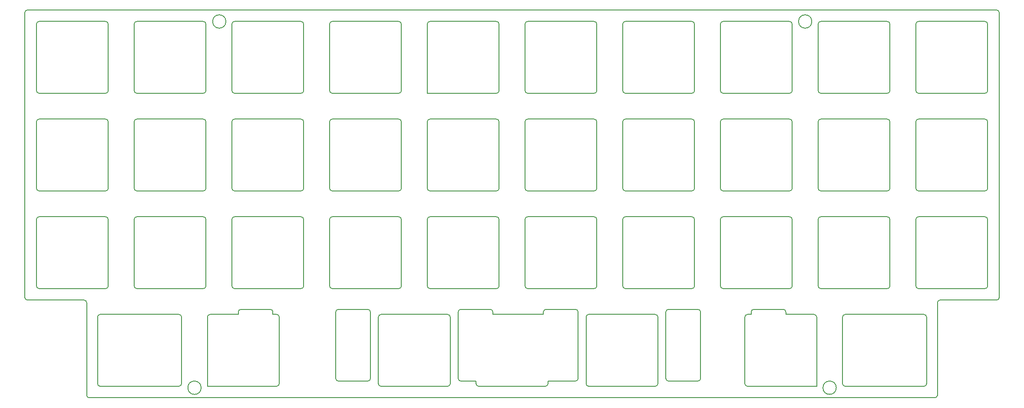
<source format=gbr>
G04 #@! TF.GenerationSoftware,KiCad,Pcbnew,(5.1.4-0-10_14)*
G04 #@! TF.CreationDate,2020-08-17T22:30:30-05:00*
G04 #@! TF.ProjectId,33_skeleton_top_plate,33335f73-6b65-46c6-9574-6f6e5f746f70,rev?*
G04 #@! TF.SameCoordinates,Original*
G04 #@! TF.FileFunction,Profile,NP*
%FSLAX46Y46*%
G04 Gerber Fmt 4.6, Leading zero omitted, Abs format (unit mm)*
G04 Created by KiCad (PCBNEW (5.1.4-0-10_14)) date 2020-08-17 22:30:30*
%MOMM*%
%LPD*%
G04 APERTURE LIST*
%ADD10C,0.200000*%
G04 APERTURE END LIST*
D10*
X144550001Y-109400000D02*
G75*
G02X144050000Y-109900001I-500001J0D01*
G01*
X131049999Y-109900001D02*
X144050000Y-109900001D01*
X106737500Y-115450001D02*
G75*
G02X107237500Y-114950001I500000J0D01*
G01*
X92450000Y-96400001D02*
G75*
G02X92950000Y-95900001I500000J0D01*
G01*
X105949999Y-95900000D02*
X92950000Y-95900001D01*
X105949999Y-95900000D02*
G75*
G02X106450000Y-96400001I0J-500001D01*
G01*
X106449999Y-109400001D02*
X106450000Y-96400001D01*
X106449999Y-109400001D02*
G75*
G02X105949999Y-109900001I-500000J0D01*
G01*
X201200000Y-76850001D02*
G75*
G02X201700000Y-77350001I0J-500000D01*
G01*
X201700000Y-90350000D02*
X201700000Y-77350001D01*
X140075000Y-115450001D02*
G75*
G02X140575000Y-114950001I500000J0D01*
G01*
X85806250Y-128950001D02*
X101187500Y-128950001D01*
X105512500Y-129240001D02*
G75*
G03X105512500Y-129240001I-1300000J0D01*
G01*
X124999999Y-109900001D02*
X111999999Y-109900001D01*
X125499999Y-109400001D02*
G75*
G02X124999999Y-109900001I-500000J0D01*
G01*
X125500000Y-96400001D02*
X125499999Y-109400001D01*
X153575000Y-114950001D02*
X140575000Y-114950001D01*
X153575000Y-114950001D02*
G75*
G02X154075000Y-115450001I0J-500000D01*
G01*
X154075000Y-128450001D02*
X154075000Y-115450001D01*
X154075000Y-128450001D02*
G75*
G02X153575000Y-128950001I-500000J0D01*
G01*
X140575000Y-128950001D02*
X153575000Y-128950001D01*
X140574999Y-128950002D02*
G75*
G02X140075000Y-128450001I1J500000D01*
G01*
X140075000Y-115450001D02*
X140075000Y-128450001D01*
X131762000Y-114450001D02*
G75*
G02X132262000Y-113950001I500000J0D01*
G01*
X138012000Y-113950001D02*
X132262000Y-113950001D01*
X138012000Y-113950001D02*
G75*
G02X138512000Y-114450001I0J-500000D01*
G01*
X138511999Y-127450000D02*
X138512000Y-114450001D01*
X138511999Y-127450000D02*
G75*
G02X138012000Y-127950001I-500000J-1D01*
G01*
X220250000Y-90850001D02*
X207250000Y-90850001D01*
X220750000Y-90350001D02*
G75*
G02X220250000Y-90850001I-500000J0D01*
G01*
X220750000Y-77350001D02*
X220749999Y-90350001D01*
X220250000Y-76850001D02*
G75*
G02X220750000Y-77350001I0J-500000D01*
G01*
X207249999Y-76850001D02*
X220250000Y-76850001D01*
X206750001Y-77350001D02*
G75*
G02X207249999Y-76850001I499999J1D01*
G01*
X144550000Y-71300000D02*
G75*
G02X144050000Y-71800000I-500000J0D01*
G01*
X131050000Y-71800000D02*
X144050000Y-71800000D01*
X131050000Y-71800000D02*
G75*
G02X130550000Y-71300000I0J500000D01*
G01*
X130550000Y-58300001D02*
X130550000Y-71300000D01*
X130550000Y-58300001D02*
G75*
G02X131050000Y-57800001I500000J0D01*
G01*
X144050000Y-57800001D02*
X131050000Y-57800001D01*
X144049999Y-57800002D02*
G75*
G02X144550000Y-58300001I1J-500000D01*
G01*
X144550000Y-71300000D02*
X144550000Y-58300001D01*
X149600000Y-71800000D02*
X149600000Y-58300001D01*
X163100000Y-71800000D02*
X149600000Y-71800000D01*
X163600000Y-71300000D02*
G75*
G02X163100000Y-71800000I-500000J0D01*
G01*
X163600000Y-58300001D02*
X163600000Y-71300000D01*
X163099999Y-57800002D02*
G75*
G02X163600000Y-58300001I1J-500000D01*
G01*
X150100000Y-57800001D02*
X163100000Y-57800001D01*
X149600000Y-58300001D02*
G75*
G02X150100000Y-57800001I500000J0D01*
G01*
X112000000Y-57800001D02*
X124999999Y-57800000D01*
X111499999Y-58300002D02*
G75*
G02X112000000Y-57800001I500001J0D01*
G01*
X111500000Y-71300000D02*
X111500000Y-58300001D01*
X112000000Y-71800000D02*
G75*
G02X111500000Y-71300000I0J500000D01*
G01*
X124999999Y-71800000D02*
X112000000Y-71800000D01*
X124999999Y-76850000D02*
X112000000Y-76850001D01*
X206750000Y-90350000D02*
X206750001Y-77350001D01*
X207249999Y-90850001D02*
G75*
G02X206750000Y-90350000I1J500000D01*
G01*
X112750000Y-114950001D02*
X107237500Y-114950001D01*
X112750000Y-114450001D02*
X112750000Y-114950001D01*
X112749999Y-114450002D02*
G75*
G02X113250000Y-113950001I500001J0D01*
G01*
X119000000Y-113950001D02*
X113250000Y-113950001D01*
X118999999Y-113950002D02*
G75*
G02X119500000Y-114450001I1J-500000D01*
G01*
X119500000Y-114950001D02*
X119500000Y-114450001D01*
X120237500Y-114950001D02*
X119500000Y-114950001D01*
X120237500Y-114950001D02*
G75*
G02X120737500Y-115450001I0J-500000D01*
G01*
X120737499Y-128450000D02*
X120737500Y-115450001D01*
X120737499Y-128450000D02*
G75*
G02X120237500Y-128950001I-500000J-1D01*
G01*
X106737500Y-128950001D02*
X120237500Y-128950001D01*
X106737500Y-115450001D02*
X106737500Y-128950001D01*
X178993250Y-114450001D02*
X178993249Y-127450000D01*
X178493250Y-113950001D02*
G75*
G02X178993250Y-114450001I0J-500000D01*
G01*
X73400000Y-71300000D02*
X73399999Y-58300000D01*
X73900000Y-71800000D02*
G75*
G02X73400000Y-71300000I0J500000D01*
G01*
X86900000Y-109900001D02*
X73899999Y-109900001D01*
X87399999Y-109400000D02*
G75*
G02X86900000Y-109900001I-500000J-1D01*
G01*
X87400000Y-96400001D02*
X87399999Y-109400000D01*
X86899999Y-95900000D02*
G75*
G02X87400000Y-96400001I0J-500001D01*
G01*
X73900000Y-95900001D02*
X86899999Y-95900000D01*
X73400000Y-96400001D02*
G75*
G02X73900000Y-95900001I500000J0D01*
G01*
X73400000Y-109400000D02*
X73400000Y-96400001D01*
X73899999Y-109900001D02*
G75*
G02X73400000Y-109400000I1J500000D01*
G01*
X73399999Y-77350002D02*
G75*
G02X73900000Y-76850001I500001J0D01*
G01*
X86900000Y-76850001D02*
X73900000Y-76850001D01*
X86900000Y-76850001D02*
G75*
G02X87400000Y-77350001I0J-500000D01*
G01*
X87399999Y-90349999D02*
X87400000Y-77350001D01*
X87400000Y-90349999D02*
G75*
G02X86900000Y-90850001I-500001J-1D01*
G01*
X73900000Y-90850000D02*
X86900000Y-90850001D01*
X73900000Y-90850000D02*
G75*
G02X73400000Y-90350000I0J500000D01*
G01*
X73400000Y-77350001D02*
X73400000Y-90350000D01*
X169150000Y-76850001D02*
X182150000Y-76850001D01*
X168649999Y-77350002D02*
G75*
G02X169150000Y-76850001I500001J0D01*
G01*
X168650000Y-90350000D02*
X168650000Y-77350001D01*
X169150000Y-90850000D02*
G75*
G02X168650000Y-90350000I0J500000D01*
G01*
X182150000Y-90850001D02*
X169150000Y-90850001D01*
X182650000Y-90350001D02*
G75*
G02X182150000Y-90850001I-500000J0D01*
G01*
X182650000Y-77350001D02*
X182650000Y-90350000D01*
X182150000Y-76850001D02*
G75*
G02X182650000Y-77350001I0J-500000D01*
G01*
X85806250Y-128950001D02*
G75*
G02X85306250Y-128450001I0J500000D01*
G01*
X85306250Y-115450001D02*
X85306250Y-128450001D01*
X85306250Y-115450001D02*
G75*
G02X85806250Y-114950001I500000J0D01*
G01*
X101187499Y-114950000D02*
X85806250Y-114950001D01*
X101187499Y-114950000D02*
G75*
G02X101687500Y-115450001I0J-500001D01*
G01*
X101687500Y-128450001D02*
X101687500Y-115450001D01*
X101687500Y-128450001D02*
G75*
G02X101187500Y-128950001I-500000J0D01*
G01*
X125499999Y-71300000D02*
G75*
G02X124999999Y-71800000I-500000J0D01*
G01*
X125500000Y-58300001D02*
X125499999Y-71300000D01*
X124999999Y-57800000D02*
G75*
G02X125500000Y-58300001I0J-500001D01*
G01*
X168650000Y-58300001D02*
G75*
G02X169150000Y-57800001I500000J0D01*
G01*
X182150000Y-57800001D02*
X169150000Y-57800001D01*
X182150000Y-57800001D02*
G75*
G02X182650000Y-58300001I0J-500000D01*
G01*
X182650000Y-71300000D02*
X182650000Y-58300001D01*
X182650000Y-71300000D02*
G75*
G02X182150000Y-71800000I-500000J0D01*
G01*
X169150000Y-71800000D02*
X182150000Y-71800000D01*
X169150000Y-71800000D02*
G75*
G02X168650000Y-71300000I0J500000D01*
G01*
X168650000Y-58300001D02*
X168650000Y-71300000D01*
X187700000Y-58300000D02*
G75*
G02X188199999Y-57800001I499999J0D01*
G01*
X201200000Y-57800001D02*
X188199999Y-57800001D01*
X201200000Y-57800001D02*
G75*
G02X201700000Y-58300001I0J-500000D01*
G01*
X201700000Y-71300000D02*
X201700000Y-58300001D01*
X201700000Y-71300000D02*
G75*
G02X201200000Y-71800000I-500000J0D01*
G01*
X188200000Y-71800000D02*
X201200000Y-71800000D01*
X188200000Y-71800000D02*
G75*
G02X187700000Y-71300000I0J500000D01*
G01*
X187700000Y-58300000D02*
X187700000Y-71300000D01*
X206750000Y-71300000D02*
X206750001Y-58300001D01*
X207250000Y-71800000D02*
G75*
G02X206750000Y-71300000I0J500000D01*
G01*
X220250000Y-71800000D02*
X207250000Y-71800000D01*
X220749999Y-71300001D02*
G75*
G02X220250000Y-71800000I-499999J0D01*
G01*
X220750000Y-58300001D02*
X220749999Y-71300001D01*
X220250000Y-57800001D02*
G75*
G02X220750000Y-58300001I0J-500000D01*
G01*
X207249999Y-57800001D02*
X220250000Y-57800001D01*
X206750001Y-58300001D02*
G75*
G02X207249999Y-57800001I499999J1D01*
G01*
X224575000Y-57800001D02*
G75*
G03X224575000Y-57800001I-1300000J0D01*
G01*
X86900000Y-71800000D02*
X73900000Y-71800000D01*
X87400000Y-71300000D02*
G75*
G02X86900000Y-71800000I-500000J0D01*
G01*
X92949999Y-109900001D02*
X105949999Y-109900001D01*
X92949999Y-109900001D02*
G75*
G02X92450000Y-109400000I1J500000D01*
G01*
X92450000Y-96400001D02*
X92450000Y-109400000D01*
X149600000Y-77350001D02*
G75*
G02X150100000Y-76850001I500000J0D01*
G01*
X163100000Y-76850001D02*
X150100000Y-76850001D01*
X163099999Y-76850002D02*
G75*
G02X163600000Y-77350001I1J-500000D01*
G01*
X163600000Y-90350000D02*
X163600000Y-77350001D01*
X163600001Y-90350000D02*
G75*
G02X163100000Y-90850001I-500001J0D01*
G01*
X150100000Y-90850000D02*
X163100000Y-90850001D01*
X150100000Y-90850000D02*
G75*
G02X149600000Y-90350000I0J500000D01*
G01*
X149600000Y-77350001D02*
X149600000Y-90350000D01*
X105949999Y-90850001D02*
X92950000Y-90850001D01*
X132262000Y-127950001D02*
X138012000Y-127950001D01*
X132261999Y-127950002D02*
G75*
G02X131762000Y-127450001I1J500000D01*
G01*
X131762000Y-114450001D02*
X131762000Y-127450001D01*
X131049999Y-109900001D02*
G75*
G02X130550000Y-109400000I1J500000D01*
G01*
X130550000Y-96400001D02*
X130550000Y-109400000D01*
X130550000Y-96400001D02*
G75*
G02X131050000Y-95900001I500000J0D01*
G01*
X106450000Y-90350000D02*
G75*
G02X105949999Y-90850001I-500001J0D01*
G01*
X106450000Y-77350001D02*
X106449999Y-90350000D01*
X105949999Y-76850000D02*
G75*
G02X106450000Y-77350001I0J-500001D01*
G01*
X92950000Y-76850001D02*
X105949999Y-76850001D01*
X92449999Y-77350002D02*
G75*
G02X92950000Y-76850001I500001J0D01*
G01*
X92450000Y-90350000D02*
X92450000Y-77350001D01*
X92950000Y-90850000D02*
G75*
G02X92450000Y-90350000I0J500000D01*
G01*
X131050000Y-76850001D02*
X144050000Y-76850001D01*
X130550000Y-77350001D02*
G75*
G02X131050000Y-76850001I500000J0D01*
G01*
X130550000Y-90350000D02*
X130550000Y-77350001D01*
X131049999Y-90850001D02*
G75*
G02X130550000Y-90350000I1J500000D01*
G01*
X144050000Y-90850001D02*
X131050000Y-90850001D01*
X144550001Y-90350000D02*
G75*
G02X144050000Y-90850001I-500001J0D01*
G01*
X144550000Y-77350001D02*
X144550000Y-90350000D01*
X144049999Y-76850002D02*
G75*
G02X144550000Y-77350001I1J-500000D01*
G01*
X201700000Y-90350001D02*
G75*
G02X201200000Y-90850001I-500000J0D01*
G01*
X188200000Y-90850000D02*
X201200000Y-90850001D01*
X188200000Y-90850000D02*
G75*
G02X187700000Y-90350000I0J500000D01*
G01*
X187700000Y-77350000D02*
X187700000Y-90350000D01*
X187700000Y-77350000D02*
G75*
G02X188199999Y-76850001I499999J0D01*
G01*
X201200000Y-76850001D02*
X188199999Y-76850001D01*
X144050000Y-95900001D02*
X131050000Y-95900001D01*
X144050000Y-95900001D02*
G75*
G02X144550000Y-96400001I0J-500000D01*
G01*
X144550001Y-109400000D02*
X144550000Y-96400001D01*
X92450000Y-58300001D02*
X92450000Y-71300000D01*
X124999999Y-76850000D02*
G75*
G02X125500000Y-77350001I0J-500001D01*
G01*
X125499999Y-90350000D02*
X125500000Y-77350001D01*
X125500000Y-90350000D02*
G75*
G02X124999999Y-90850001I-500001J0D01*
G01*
X112000000Y-90850000D02*
X124999999Y-90850001D01*
X112000000Y-90850000D02*
G75*
G02X111500000Y-90350000I0J500000D01*
G01*
X111500000Y-77350001D02*
X111500000Y-90350000D01*
X111499999Y-77350002D02*
G75*
G02X112000000Y-76850001I500001J0D01*
G01*
X110344001Y-57800001D02*
G75*
G03X110344001Y-57800001I-1300000J0D01*
G01*
X92449999Y-58300002D02*
G75*
G02X92950000Y-57800001I500001J0D01*
G01*
X105949999Y-57800000D02*
X92950000Y-57800001D01*
X105949999Y-57800000D02*
G75*
G02X106450000Y-58300001I0J-500001D01*
G01*
X106449999Y-71300000D02*
X106450000Y-58300001D01*
X106449999Y-71300000D02*
G75*
G02X105949999Y-71800000I-500000J0D01*
G01*
X92950000Y-71800000D02*
X105949999Y-71800000D01*
X92950000Y-71800000D02*
G75*
G02X92450000Y-71300000I0J500000D01*
G01*
X219000000Y-113950001D02*
G75*
G02X219500000Y-114450001I0J-500000D01*
G01*
X213250000Y-113950001D02*
X219000000Y-113950001D01*
X212750002Y-114450001D02*
G75*
G02X213250000Y-113950001I499999J1D01*
G01*
X212750000Y-114950001D02*
X212750002Y-114450000D01*
X212012499Y-114950001D02*
X212750000Y-114950001D01*
X211512500Y-115450002D02*
G75*
G02X212012499Y-114950001I500000J1D01*
G01*
X211512499Y-128450001D02*
X211512500Y-115450002D01*
X212012499Y-128950001D02*
G75*
G02X211512499Y-128450001I0J500000D01*
G01*
X225512500Y-128950001D02*
X212012499Y-128950001D01*
X225512500Y-115450001D02*
X225512500Y-128950001D01*
X225012499Y-114950000D02*
G75*
G02X225512500Y-115450001I0J-500001D01*
G01*
X220750000Y-109400001D02*
G75*
G02X220250000Y-109900001I-500000J0D01*
G01*
X207249999Y-109900001D02*
X220250000Y-109900001D01*
X207249999Y-109900001D02*
G75*
G02X206750000Y-109400000I1J500000D01*
G01*
X206750001Y-96400001D02*
X206750000Y-109400000D01*
X206750001Y-96400001D02*
G75*
G02X207249999Y-95900001I499999J1D01*
G01*
X220250000Y-95900001D02*
X207249999Y-95900001D01*
X220250000Y-95900001D02*
G75*
G02X220750000Y-96400001I0J-500000D01*
G01*
X220750000Y-109400001D02*
X220750000Y-96400001D01*
X229337500Y-129240001D02*
G75*
G03X229337500Y-129240001I-1300000J0D01*
G01*
X219500000Y-114950001D02*
X225012499Y-114950000D01*
X219500000Y-114450001D02*
X219500000Y-114950001D01*
X231062500Y-128950001D02*
G75*
G02X230562500Y-128450001I0J500000D01*
G01*
X246443750Y-128950001D02*
X231062500Y-128950001D01*
X246943750Y-128450001D02*
G75*
G02X246443750Y-128950001I-500000J0D01*
G01*
X246943750Y-115450001D02*
X246943750Y-128450001D01*
X246443750Y-114950001D02*
G75*
G02X246943750Y-115450001I0J-500000D01*
G01*
X231062500Y-114950001D02*
X246443750Y-114950001D01*
X230562500Y-115450001D02*
G75*
G02X231062500Y-114950001I500000J0D01*
G01*
X226299999Y-76850001D02*
X239300000Y-76850001D01*
X225800001Y-77350001D02*
G75*
G02X226299999Y-76850001I499999J1D01*
G01*
X225800000Y-90350000D02*
X225800001Y-77350001D01*
X226300000Y-90850002D02*
G75*
G02X225800000Y-90350000I1J500001D01*
G01*
X239300000Y-90850001D02*
X226300000Y-90850001D01*
X239799999Y-90350002D02*
G75*
G02X239300000Y-90850001I-499999J0D01*
G01*
X239800000Y-77350001D02*
X239799999Y-90350001D01*
X239300000Y-76850001D02*
G75*
G02X239800000Y-77350001I0J-500000D01*
G01*
X230562500Y-128450001D02*
X230562500Y-115450002D01*
X245350000Y-57800001D02*
X258350000Y-57800001D01*
X244850001Y-58300000D02*
G75*
G02X245350000Y-57800001I499999J0D01*
G01*
X244850000Y-71300000D02*
X244850001Y-58300000D01*
X245350001Y-71800001D02*
G75*
G02X244850000Y-71300000I0J500001D01*
G01*
X258350000Y-71800000D02*
X245350000Y-71800000D01*
X258849999Y-71300001D02*
G75*
G02X258350000Y-71800000I-499999J0D01*
G01*
X258850000Y-58300001D02*
X258849999Y-71300001D01*
X258350000Y-57800001D02*
G75*
G02X258850000Y-58300001I0J-500000D01*
G01*
X258850000Y-77350001D02*
X258849999Y-90350001D01*
X258350000Y-76850001D02*
G75*
G02X258850000Y-77350001I0J-500000D01*
G01*
X245350000Y-76850001D02*
X258350000Y-76850001D01*
X244850001Y-77350000D02*
G75*
G02X245350000Y-76850001I499999J0D01*
G01*
X244850000Y-90350000D02*
X244850001Y-77350000D01*
X245350000Y-90850002D02*
G75*
G02X244850000Y-90350000I1J500001D01*
G01*
X258350000Y-90850001D02*
X245350000Y-90850001D01*
X258850000Y-90350001D02*
G75*
G02X258350000Y-90850001I-500000J0D01*
G01*
X226299999Y-57800001D02*
X239300000Y-57800001D01*
X225800001Y-58300001D02*
G75*
G02X226299999Y-57800001I499999J1D01*
G01*
X225800000Y-71300000D02*
X225800001Y-58300001D01*
X226300001Y-71800001D02*
G75*
G02X225800000Y-71300000I0J500001D01*
G01*
X239300000Y-71800000D02*
X226300000Y-71800000D01*
X239799998Y-71300002D02*
G75*
G02X239300000Y-71800000I-499998J0D01*
G01*
X239800000Y-58300001D02*
X239799999Y-71300001D01*
X239300000Y-57800001D02*
G75*
G02X239800000Y-58300001I0J-500000D01*
G01*
X245350000Y-95900001D02*
X258350000Y-95900001D01*
X244850001Y-96400000D02*
G75*
G02X245350000Y-95900001I499999J0D01*
G01*
X244850000Y-109400000D02*
X244850001Y-96400000D01*
X245350000Y-109900002D02*
G75*
G02X244850000Y-109400000I1J500001D01*
G01*
X258350000Y-109900001D02*
X245349999Y-109900001D01*
X258850000Y-109400001D02*
G75*
G02X258350000Y-109900001I-500000J0D01*
G01*
X258850000Y-96400001D02*
X258850000Y-109400001D01*
X258350000Y-95900001D02*
G75*
G02X258850000Y-96400001I0J-500000D01*
G01*
X239300000Y-95900001D02*
G75*
G02X239800000Y-96400001I0J-500000D01*
G01*
X239800000Y-109400001D02*
X239800000Y-96400001D01*
X239800000Y-109400001D02*
G75*
G02X239300000Y-109900001I-500000J0D01*
G01*
X226299999Y-109900001D02*
X239300000Y-109900001D01*
X226299999Y-109900001D02*
G75*
G02X225800000Y-109400000I1J500000D01*
G01*
X225800001Y-96400001D02*
X225800000Y-109400000D01*
X225800001Y-96400001D02*
G75*
G02X226299999Y-95900001I499999J1D01*
G01*
X239300000Y-95900001D02*
X226299999Y-95900001D01*
X124999999Y-95900000D02*
G75*
G02X125500000Y-96400001I0J-500001D01*
G01*
X112000000Y-95900001D02*
X124999999Y-95900000D01*
X111500000Y-96400001D02*
G75*
G02X112000000Y-95900001I500000J0D01*
G01*
X111500000Y-109400000D02*
X111500000Y-96400001D01*
X111999999Y-109900001D02*
G75*
G02X111500000Y-109400000I1J500000D01*
G01*
X249053026Y-130700000D02*
X249053025Y-112650001D01*
X87400000Y-58300001D02*
X87400000Y-71300000D01*
X86900000Y-57800001D02*
G75*
G02X87400000Y-58300001I0J-500000D01*
G01*
X73900000Y-57800001D02*
X86900000Y-57800001D01*
X73399999Y-58300000D02*
G75*
G02X73900000Y-57800001I500000J-1D01*
G01*
X83696975Y-131200000D02*
X248553025Y-131200001D01*
X194556250Y-128449999D02*
X194556250Y-115450001D01*
X194556250Y-128449999D02*
G75*
G02X194056250Y-128950001I-500001J-1D01*
G01*
X181056250Y-128950001D02*
X194056250Y-128950001D01*
X181056250Y-128950001D02*
G75*
G02X180556250Y-128450001I0J500000D01*
G01*
X180556250Y-115450001D02*
X180556250Y-128450001D01*
X159125000Y-127950001D02*
X156138000Y-127950001D01*
X159125000Y-128450001D02*
X159125000Y-127950001D01*
X159625000Y-128950001D02*
G75*
G02X159125000Y-128450001I0J500000D01*
G01*
X172625000Y-128950001D02*
X159625000Y-128950001D01*
X173125000Y-128450001D02*
G75*
G02X172625000Y-128950001I-500000J0D01*
G01*
X163600000Y-109400001D02*
X163600000Y-96400001D01*
X163600000Y-109400001D02*
G75*
G02X163100000Y-109900001I-500000J0D01*
G01*
X150099999Y-109900001D02*
X163100000Y-109900001D01*
X260600000Y-55550001D02*
X71650000Y-55550001D01*
X260600000Y-55550001D02*
G75*
G02X261100000Y-56050001I0J-500000D01*
G01*
X188199999Y-109900001D02*
G75*
G02X187700000Y-109400000I1J500000D01*
G01*
X187700000Y-96400000D02*
X187700000Y-109400000D01*
X187700000Y-96400000D02*
G75*
G02X188199999Y-95900001I499999J0D01*
G01*
X201200000Y-95900001D02*
X188199999Y-95900001D01*
X201200000Y-95900001D02*
G75*
G02X201700000Y-96400001I0J-500000D01*
G01*
X201700000Y-109400001D02*
X201700000Y-96400001D01*
X150099998Y-109900002D02*
G75*
G02X149600000Y-109400000I2J500000D01*
G01*
X149600000Y-96400001D02*
X149600000Y-109400000D01*
X201699999Y-109400002D02*
G75*
G02X201200000Y-109900001I-499999J0D01*
G01*
X188199999Y-109900001D02*
X201200000Y-109900001D01*
X173125000Y-127950001D02*
X173125000Y-128450001D01*
X178493250Y-127950001D02*
X173125000Y-127950001D01*
X178993249Y-127450000D02*
G75*
G02X178493250Y-127950001I-500000J-1D01*
G01*
X202369250Y-113950001D02*
G75*
G02X202869250Y-114450001I0J-500000D01*
G01*
X202869250Y-127450001D02*
X202869250Y-114450001D01*
X202869250Y-127450001D02*
G75*
G02X202369250Y-127950001I-500000J0D01*
G01*
X196619250Y-127950001D02*
X202369250Y-127950001D01*
X196619250Y-127950001D02*
G75*
G02X196119250Y-127450001I0J500000D01*
G01*
X196119251Y-114450000D02*
X196119250Y-127450001D01*
X249053026Y-130700000D02*
G75*
G02X248553025Y-131200001I-500001J0D01*
G01*
X83696975Y-131200000D02*
G75*
G02X83196974Y-130700001I-1J500000D01*
G01*
X83196974Y-112650001D02*
X83196974Y-130700001D01*
X82696974Y-112150001D02*
G75*
G02X83196974Y-112650001I0J-500000D01*
G01*
X249553025Y-112150001D02*
X260600000Y-112150001D01*
X249053025Y-112650001D02*
G75*
G02X249553025Y-112150001I500000J0D01*
G01*
X172743250Y-113950001D02*
X178493250Y-113950001D01*
X172243250Y-114450001D02*
G75*
G02X172743250Y-113950001I500000J0D01*
G01*
X172243250Y-114950001D02*
X172243250Y-114450001D01*
X162388000Y-114950001D02*
X172243250Y-114950001D01*
X162388000Y-114450001D02*
X162388000Y-114950001D01*
X161888000Y-113950001D02*
G75*
G02X162388000Y-114450001I0J-500000D01*
G01*
X156138000Y-113950001D02*
X161888001Y-113950000D01*
X155638000Y-114450001D02*
G75*
G02X156138000Y-113950001I500000J0D01*
G01*
X155638000Y-127450001D02*
X155638000Y-114450001D01*
X156138000Y-127950001D02*
G75*
G02X155638000Y-127450001I0J500000D01*
G01*
X182150000Y-95900001D02*
G75*
G02X182650000Y-96400001I0J-500000D01*
G01*
X169150000Y-95900001D02*
X182150000Y-95900001D01*
X168650000Y-96400001D02*
G75*
G02X169150000Y-95900001I500000J0D01*
G01*
X149600000Y-96400001D02*
G75*
G02X150100000Y-95900001I500000J0D01*
G01*
X163100000Y-95900001D02*
X150100000Y-95900001D01*
X163100000Y-95900001D02*
G75*
G02X163600000Y-96400001I0J-500000D01*
G01*
X71150000Y-56050001D02*
X71150000Y-111650000D01*
X71150000Y-56050001D02*
G75*
G02X71650000Y-55550001I500000J0D01*
G01*
X196119251Y-114450000D02*
G75*
G02X196619250Y-113950001I499999J0D01*
G01*
X202369250Y-113950001D02*
X196619250Y-113950001D01*
X180556250Y-115450001D02*
G75*
G02X181056250Y-114950001I500000J0D01*
G01*
X194056250Y-114950001D02*
X181056250Y-114950001D01*
X194056249Y-114950002D02*
G75*
G02X194556250Y-115450001I1J-500000D01*
G01*
X168650000Y-109400000D02*
X168650000Y-96400001D01*
X169149999Y-109900001D02*
G75*
G02X168650000Y-109400000I1J500000D01*
G01*
X182150000Y-109900001D02*
X169149999Y-109900001D01*
X182650000Y-109400001D02*
G75*
G02X182150000Y-109900001I-500000J0D01*
G01*
X182650000Y-96400001D02*
X182650000Y-109400001D01*
X71650000Y-112150001D02*
X82696974Y-112150001D01*
X71650000Y-112150000D02*
G75*
G02X71150000Y-111650000I0J500000D01*
G01*
X261100000Y-111650000D02*
X261100000Y-56050001D01*
X261100001Y-111650000D02*
G75*
G02X260600000Y-112150001I-500001J0D01*
G01*
M02*

</source>
